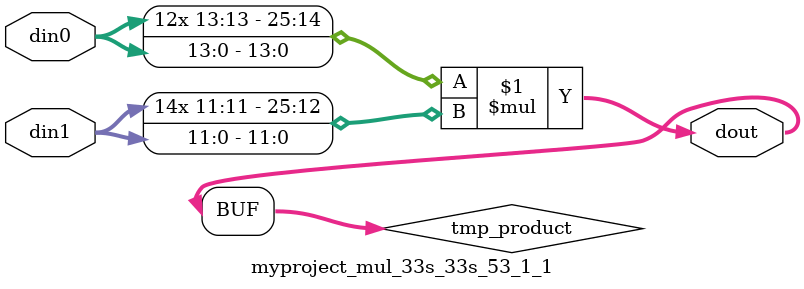
<source format=v>

`timescale 1 ns / 1 ps

  module myproject_mul_33s_33s_53_1_1(din0, din1, dout);
parameter ID = 1;
parameter NUM_STAGE = 0;
parameter din0_WIDTH = 14;
parameter din1_WIDTH = 12;
parameter dout_WIDTH = 26;

input [din0_WIDTH - 1 : 0] din0; 
input [din1_WIDTH - 1 : 0] din1; 
output [dout_WIDTH - 1 : 0] dout;

wire signed [dout_WIDTH - 1 : 0] tmp_product;













assign tmp_product = $signed(din0) * $signed(din1);








assign dout = tmp_product;







endmodule

</source>
